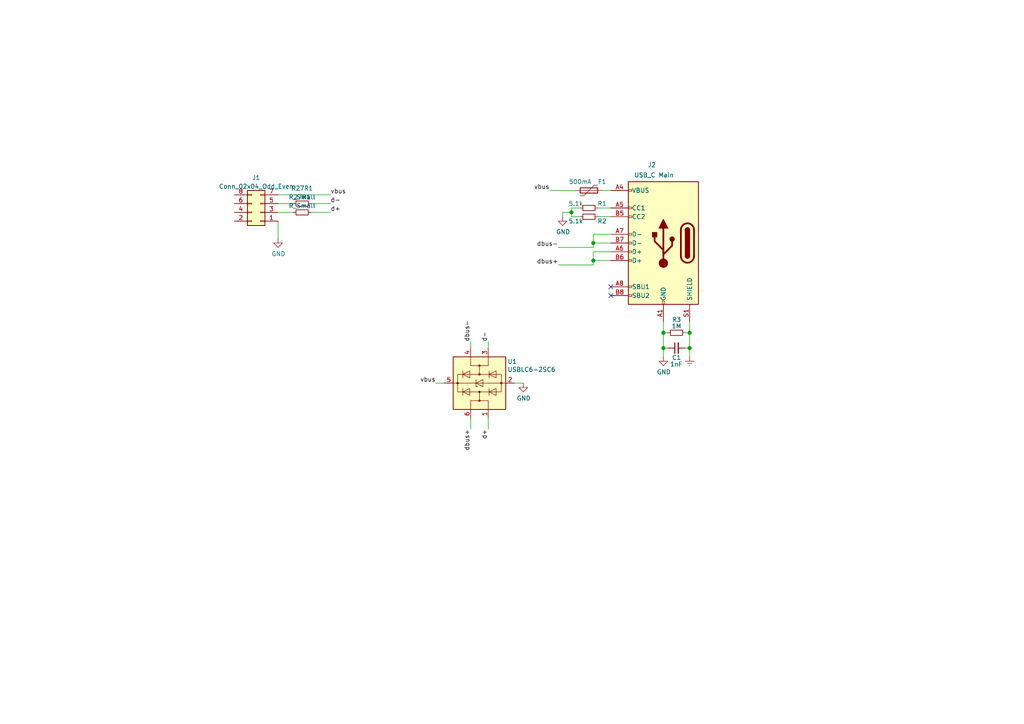
<source format=kicad_sch>
(kicad_sch (version 20211123) (generator eeschema)
  (paper "A4")
  (lib_symbols
    (symbol "Connector:USB_C_Receptacle_USB2.0" (pin_names (offset 1.016))
      (property "Reference" "J" (at -10.16 19.05 0))
      (property "Value" "USB_C_Receptacle_USB2.0" (at 19.05 19.05 0))
      (symbol "USB_C_Receptacle_USB2.0_0_0"
        (rectangle (start -0.254 -17.78) (end 0.254 -16.764))
        (rectangle (start 10.16 -14.986) (end 9.144 -15.494))
        (rectangle (start 10.16 -12.446) (end 9.144 -12.954))
        (rectangle (start 10.16 -4.826) (end 9.144 -5.334))
        (rectangle (start 10.16 -2.286) (end 9.144 -2.794))
        (rectangle (start 10.16 0.254) (end 9.144 -0.254))
        (rectangle (start 10.16 2.794) (end 9.144 2.286))
        (rectangle (start 10.16 7.874) (end 9.144 7.366))
        (rectangle (start 10.16 10.414) (end 9.144 9.906))
        (rectangle (start 10.16 15.494) (end 9.144 14.986))
      )
      (symbol "USB_C_Receptacle_USB2.0_0_1"
        (rectangle (start -10.16 17.78) (end 10.16 -17.78) (stroke (width 0.254)) (fill (type background)))
        (arc (start -8.89 -3.81) (mid -6.985 -5.715) (end -5.08 -3.81) (stroke (width 0.508)))
        (arc (start -7.62 -3.81) (mid -6.985 -4.445) (end -6.35 -3.81) (stroke (width 0.254)))
        (arc (start -7.62 -3.81) (mid -6.985 -4.445) (end -6.35 -3.81) (stroke (width 0.254)) (fill (type outline)))
        (rectangle (start -7.62 -3.81) (end -6.35 3.81) (stroke (width 0.254)) (fill (type outline)))
        (arc (start -6.35 3.81) (mid -6.985 4.445) (end -7.62 3.81) (stroke (width 0.254)))
        (arc (start -6.35 3.81) (mid -6.985 4.445) (end -7.62 3.81) (stroke (width 0.254)) (fill (type outline)))
        (arc (start -5.08 3.81) (mid -6.985 5.715) (end -8.89 3.81) (stroke (width 0.508)))
        (circle (center -2.54 1.143) (radius 0.635) (stroke (width 0.254)) (fill (type outline)))
        (circle (center 0 -5.842) (radius 1.27) (fill (type outline)))
        (polyline (pts (xy -8.89 -3.81) (xy -8.89 3.81)) (stroke (width 0.508)))
        (polyline (pts (xy -5.08 3.81) (xy -5.08 -3.81)) (stroke (width 0.508)))
        (polyline (pts (xy 0 -5.842) (xy 0 4.318)) (stroke (width 0.508)))
        (polyline (pts (xy 0 -3.302) (xy -2.54 -0.762) (xy -2.54 0.508)) (stroke (width 0.508)))
        (polyline (pts (xy 0 -2.032) (xy 2.54 0.508) (xy 2.54 1.778)) (stroke (width 0.508)))
        (polyline (pts (xy -1.27 4.318) (xy 0 6.858) (xy 1.27 4.318) (xy -1.27 4.318)) (stroke (width 0.254)) (fill (type outline)))
        (rectangle (start 1.905 1.778) (end 3.175 3.048) (stroke (width 0.254)) (fill (type outline)))
      )
      (symbol "USB_C_Receptacle_USB2.0_1_1"
        (pin passive line (at 0 -22.86 90) (length 5.08) (name "GND") (number "A1"))
        (pin passive line (at 0 -22.86 90) (length 5.08) hide (name "GND") (number "A12"))
        (pin passive line (at 15.24 15.24 180) (length 5.08) (name "VBUS") (number "A4"))
        (pin bidirectional line (at 15.24 10.16 180) (length 5.08) (name "CC1") (number "A5"))
        (pin bidirectional line (at 15.24 -2.54 180) (length 5.08) (name "D+") (number "A6"))
        (pin bidirectional line (at 15.24 2.54 180) (length 5.08) (name "D-") (number "A7"))
        (pin bidirectional line (at 15.24 -12.7 180) (length 5.08) (name "SBU1") (number "A8"))
        (pin passive line (at 15.24 15.24 180) (length 5.08) hide (name "VBUS") (number "A9"))
        (pin passive line (at 0 -22.86 90) (length 5.08) hide (name "GND") (number "B1"))
        (pin passive line (at 0 -22.86 90) (length 5.08) hide (name "GND") (number "B12"))
        (pin passive line (at 15.24 15.24 180) (length 5.08) hide (name "VBUS") (number "B4"))
        (pin bidirectional line (at 15.24 7.62 180) (length 5.08) (name "CC2") (number "B5"))
        (pin bidirectional line (at 15.24 -5.08 180) (length 5.08) (name "D+") (number "B6"))
        (pin bidirectional line (at 15.24 0 180) (length 5.08) (name "D-") (number "B7"))
        (pin bidirectional line (at 15.24 -15.24 180) (length 5.08) (name "SBU2") (number "B8"))
        (pin passive line (at 15.24 15.24 180) (length 5.08) hide (name "VBUS") (number "B9"))
        (pin passive line (at -7.62 -22.86 90) (length 5.08) (name "SHIELD") (number "S1"))
      )
    )
    (symbol "Connector_Generic:Conn_02x04_Odd_Even" (pin_names (offset 1.016) hide)
      (property "Reference" "J" (at 1.27 5.08 0))
      (property "Value" "Conn_02x04_Odd_Even" (at 1.27 -7.62 0))
      (symbol "Conn_02x04_Odd_Even_1_1"
        (rectangle (start -1.27 -4.953) (end 0 -5.207) (stroke (width 0.1524)))
        (rectangle (start -1.27 -2.413) (end 0 -2.667) (stroke (width 0.1524)))
        (rectangle (start -1.27 0.127) (end 0 -0.127) (stroke (width 0.1524)))
        (rectangle (start -1.27 2.667) (end 0 2.413) (stroke (width 0.1524)))
        (rectangle (start -1.27 3.81) (end 3.81 -6.35) (stroke (width 0.254)) (fill (type background)))
        (rectangle (start 3.81 -4.953) (end 2.54 -5.207) (stroke (width 0.1524)))
        (rectangle (start 3.81 -2.413) (end 2.54 -2.667) (stroke (width 0.1524)))
        (rectangle (start 3.81 0.127) (end 2.54 -0.127) (stroke (width 0.1524)))
        (rectangle (start 3.81 2.667) (end 2.54 2.413) (stroke (width 0.1524)))
        (pin passive line (at -5.08 2.54 0) (length 3.81) (name "Pin_1") (number "1"))
        (pin passive line (at 7.62 2.54 180) (length 3.81) (name "Pin_2") (number "2"))
        (pin passive line (at -5.08 0 0) (length 3.81) (name "Pin_3") (number "3"))
        (pin passive line (at 7.62 0 180) (length 3.81) (name "Pin_4") (number "4"))
        (pin passive line (at -5.08 -2.54 0) (length 3.81) (name "Pin_5") (number "5"))
        (pin passive line (at 7.62 -2.54 180) (length 3.81) (name "Pin_6") (number "6"))
        (pin passive line (at -5.08 -5.08 0) (length 3.81) (name "Pin_7") (number "7"))
        (pin passive line (at 7.62 -5.08 180) (length 3.81) (name "Pin_8") (number "8"))
      )
    )
    (symbol "Device:C_Small" (pin_numbers hide) (pin_names (offset 0.254) hide)
      (property "Reference" "C" (at 0.254 1.778 0))
      (property "Value" "C_Small" (at 0.254 -2.032 0))
      (symbol "C_Small_0_1"
        (polyline (pts (xy -1.524 -0.508) (xy 1.524 -0.508)) (stroke (width 0.3302)))
        (polyline (pts (xy -1.524 0.508) (xy 1.524 0.508)) (stroke (width 0.3048)))
      )
      (symbol "C_Small_1_1"
        (pin passive line (at 0 2.54 270) (length 2.032) (name "~") (number "1"))
        (pin passive line (at 0 -2.54 90) (length 2.032) (name "~") (number "2"))
      )
    )
    (symbol "Device:Polyfuse" (pin_numbers hide) (pin_names (offset 0))
      (property "Reference" "F" (at -2.54 0 90))
      (property "Value" "Polyfuse" (at 2.54 0 90))
      (symbol "Polyfuse_0_1"
        (rectangle (start -0.762 2.54) (end 0.762 -2.54) (stroke (width 0.254)))
        (polyline (pts (xy 0 2.54) (xy 0 -2.54)))
        (polyline (pts (xy -1.524 2.54) (xy -1.524 1.524) (xy 1.524 -1.524) (xy 1.524 -2.54)))
      )
      (symbol "Polyfuse_1_1"
        (pin passive line (at 0 3.81 270) (length 1.27) (name "~") (number "1"))
        (pin passive line (at 0 -3.81 90) (length 1.27) (name "~") (number "2"))
      )
    )
    (symbol "Device:R_Small" (pin_numbers hide) (pin_names (offset 0.254) hide)
      (property "Reference" "R" (at 0.762 0.508 0))
      (property "Value" "R_Small" (at 0.762 -1.016 0))
      (symbol "R_Small_0_1"
        (rectangle (start -0.762 1.778) (end 0.762 -1.778) (stroke (width 0.2032)))
      )
      (symbol "R_Small_1_1"
        (pin passive line (at 0 2.54 270) (length 0.762) (name "~") (number "1"))
        (pin passive line (at 0 -2.54 90) (length 0.762) (name "~") (number "2"))
      )
    )
    (symbol "Power_Protection:USBLC6-2SC6" (pin_names hide)
      (property "Reference" "U" (at 2.54 8.89 0))
      (property "Value" "USBLC6-2SC6" (at 2.54 -8.89 0))
      (symbol "USBLC6-2SC6_0_1"
        (rectangle (start -7.62 -7.62) (end 7.62 7.62) (stroke (width 0.254)) (fill (type background)))
        (circle (center -5.08 0) (radius 0.254) (fill (type outline)))
        (circle (center -2.54 0) (radius 0.254) (fill (type outline)))
        (rectangle (start -2.54 6.35) (end 2.54 -6.35))
        (circle (center 0 -6.35) (radius 0.254) (fill (type outline)))
        (polyline (pts (xy -5.08 -2.54) (xy -7.62 -2.54)))
        (polyline (pts (xy -5.08 0) (xy -5.08 -2.54)))
        (polyline (pts (xy -5.08 2.54) (xy -7.62 2.54)))
        (polyline (pts (xy -1.524 -2.794) (xy -3.556 -2.794)))
        (polyline (pts (xy -1.524 4.826) (xy -3.556 4.826)))
        (polyline (pts (xy 0 -7.62) (xy 0 -6.35)))
        (polyline (pts (xy 0 -6.35) (xy 0 1.27)))
        (polyline (pts (xy 0 1.27) (xy 0 6.35)))
        (polyline (pts (xy 0 6.35) (xy 0 7.62)))
        (polyline (pts (xy 1.524 -2.794) (xy 3.556 -2.794)))
        (polyline (pts (xy 1.524 4.826) (xy 3.556 4.826)))
        (polyline (pts (xy 5.08 -2.54) (xy 7.62 -2.54)))
        (polyline (pts (xy 5.08 0) (xy 5.08 -2.54)))
        (polyline (pts (xy 5.08 2.54) (xy 7.62 2.54)))
        (polyline (pts (xy -2.54 0) (xy -5.08 0) (xy -5.08 2.54)))
        (polyline (pts (xy 2.54 0) (xy 5.08 0) (xy 5.08 2.54)))
        (polyline (pts (xy -3.556 -4.826) (xy -1.524 -4.826) (xy -2.54 -2.794) (xy -3.556 -4.826)))
        (polyline (pts (xy -3.556 2.794) (xy -1.524 2.794) (xy -2.54 4.826) (xy -3.556 2.794)))
        (polyline (pts (xy -1.016 -1.016) (xy 1.016 -1.016) (xy 0 1.016) (xy -1.016 -1.016)))
        (polyline (pts (xy 1.016 1.016) (xy 0.762 1.016) (xy -1.016 1.016) (xy -1.016 0.508)))
        (polyline (pts (xy 3.556 -4.826) (xy 1.524 -4.826) (xy 2.54 -2.794) (xy 3.556 -4.826)))
        (polyline (pts (xy 3.556 2.794) (xy 1.524 2.794) (xy 2.54 4.826) (xy 3.556 2.794)))
        (circle (center 0 6.35) (radius 0.254) (fill (type outline)))
        (circle (center 2.54 0) (radius 0.254) (fill (type outline)))
        (circle (center 5.08 0) (radius 0.254) (fill (type outline)))
      )
      (symbol "USBLC6-2SC6_1_1"
        (pin passive line (at -10.16 -2.54 0) (length 2.54) (name "I/O1") (number "1"))
        (pin passive line (at 0 -10.16 90) (length 2.54) (name "GND") (number "2"))
        (pin passive line (at 10.16 -2.54 180) (length 2.54) (name "I/O2") (number "3"))
        (pin passive line (at 10.16 2.54 180) (length 2.54) (name "I/O2") (number "4"))
        (pin passive line (at 0 10.16 270) (length 2.54) (name "VBUS") (number "5"))
        (pin passive line (at -10.16 2.54 0) (length 2.54) (name "I/O1") (number "6"))
      )
    )
    (symbol "power:Earth" (power) (pin_names (offset 0))
      (symbol "Earth_0_1"
        (polyline (pts (xy -0.635 -1.905) (xy 0.635 -1.905)))
        (polyline (pts (xy -0.127 -2.54) (xy 0.127 -2.54)))
        (polyline (pts (xy 0 -1.27) (xy 0 0)))
        (polyline (pts (xy 1.27 -1.27) (xy -1.27 -1.27)))
      )
      (symbol "Earth_1_1"
        (pin power_in line (at 0 0 270) (length 0) hide (name "Earth") (number "1"))
      )
    )
    (symbol "power:GND" (power) (pin_names (offset 0))
      (property "Value" "GND" (at 0 -3.81 0))
      (symbol "GND_0_1"
        (polyline (pts (xy 0 0) (xy 0 -1.27) (xy 1.27 -1.27) (xy 0 -2.54) (xy -1.27 -1.27) (xy 0 -1.27)))
      )
      (symbol "GND_1_1"
        (pin power_in line (at 0 0 270) (length 0) hide (name "GND") (number "1"))
      )
    )
  )
  (junction (at 192.405 100.965) (diameter 1.016))
  (junction (at 200.025 100.965) (diameter 1.016))
  (junction (at 165.735 61.595) (diameter 1.016))
  (junction (at 200.025 96.52) (diameter 1.016))
  (junction (at 192.405 96.52) (diameter 1.016))
  (junction (at 172.085 70.485) (diameter 1.016))
  (junction (at 172.085 75.565) (diameter 1.016))
  (no_connect (at 177.165 85.725))
  (no_connect (at 177.165 83.185))
  (wire (pts (xy 172.085 75.565) (xy 177.165 75.565)))
  (wire (pts (xy 177.165 67.945) (xy 172.085 67.945)))
  (wire (pts (xy 85.09 59.055) (xy 80.645 59.055)))
  (wire (pts (xy 141.605 99.06) (xy 141.605 100.965)))
  (wire (pts (xy 95.885 56.515) (xy 80.645 56.515)))
  (wire (pts (xy 172.085 70.485) (xy 177.165 70.485)))
  (wire (pts (xy 172.085 73.025) (xy 172.085 75.565)))
  (wire (pts (xy 177.165 73.025) (xy 172.085 73.025)))
  (wire (pts (xy 161.925 71.755) (xy 172.085 71.755)))
  (wire (pts (xy 141.605 121.285) (xy 141.605 124.46)))
  (wire (pts (xy 200.025 93.345) (xy 200.025 96.52)))
  (wire (pts (xy 161.925 76.835) (xy 172.085 76.835)))
  (wire (pts (xy 172.085 75.565) (xy 172.085 76.835)))
  (wire (pts (xy 200.025 96.52) (xy 198.755 96.52)))
  (wire (pts (xy 192.405 100.965) (xy 193.675 100.965)))
  (wire (pts (xy 172.085 70.485) (xy 172.085 71.755)))
  (wire (pts (xy 168.275 60.325) (xy 165.735 60.325)))
  (wire (pts (xy 200.025 96.52) (xy 200.025 100.965)))
  (wire (pts (xy 149.225 111.125) (xy 151.765 111.125)))
  (wire (pts (xy 136.525 121.285) (xy 136.525 124.46)))
  (wire (pts (xy 165.735 61.595) (xy 163.195 61.595)))
  (wire (pts (xy 136.525 99.06) (xy 136.525 100.965)))
  (wire (pts (xy 165.735 62.865) (xy 168.275 62.865)))
  (wire (pts (xy 126.365 111.125) (xy 128.905 111.125)))
  (wire (pts (xy 95.885 59.055) (xy 90.17 59.055)))
  (wire (pts (xy 174.625 55.245) (xy 177.165 55.245)))
  (wire (pts (xy 200.025 100.965) (xy 200.025 103.505)))
  (wire (pts (xy 192.405 96.52) (xy 192.405 100.965)))
  (wire (pts (xy 173.355 62.865) (xy 177.165 62.865)))
  (wire (pts (xy 167.005 55.245) (xy 159.385 55.245)))
  (wire (pts (xy 95.885 61.595) (xy 90.17 61.595)))
  (wire (pts (xy 85.09 61.595) (xy 80.645 61.595)))
  (wire (pts (xy 192.405 100.965) (xy 192.405 103.505)))
  (wire (pts (xy 193.675 96.52) (xy 192.405 96.52)))
  (wire (pts (xy 172.085 67.945) (xy 172.085 70.485)))
  (wire (pts (xy 177.165 60.325) (xy 173.355 60.325)))
  (wire (pts (xy 165.735 60.325) (xy 165.735 61.595)))
  (wire (pts (xy 165.735 61.595) (xy 165.735 62.865)))
  (wire (pts (xy 163.195 61.595) (xy 163.195 62.865)))
  (wire (pts (xy 192.405 96.52) (xy 192.405 93.345)))
  (wire (pts (xy 80.645 69.215) (xy 80.645 64.135)))
  (wire (pts (xy 200.025 100.965) (xy 198.755 100.965)))
  (label "d-" (at 141.605 99.06 90))
  (label "dbus-" (at 136.525 99.06 90))
  (label "vbus" (at 126.365 111.125 180))
  (label "dbus-" (at 161.925 71.755 180))
  (label "d+" (at 141.605 124.46 270))
  (label "d-" (at 95.885 59.055 0))
  (label "vbus" (at 95.885 56.515 0))
  (label "dbus+" (at 161.925 76.835 180))
  (label "dbus+" (at 136.525 124.46 270))
  (label "vbus" (at 159.385 55.245 180))
  (label "d+" (at 95.885 61.595 0))
  (symbol (lib_id "Device:R_Small") (at 170.815 62.865 270) (unit 1)
    (property "Reference" "R2" (at 174.625 64.135 90))
    (property "Value" "5.1k" (at 167.005 64.135 90))
    (property "Footprint" "Resistor_SMD:R_0805_2012Metric_Pad1.20x1.40mm_HandSolder" (effects hide))
  )
  (symbol (lib_id "power:Earth") (at 200.025 103.505 0) (unit 1)
    (property "Reference" "#PWR05" (effects hide))
    (property "Value" "Earth" (effects hide))
  )
  (symbol (lib_id "Device:Polyfuse") (at 170.815 55.245 270) (unit 1)
    (property "Reference" "F1" (at 174.625 52.705 90))
    (property "Value" "500mA" (at 168.275 52.705 90))
    (property "Footprint" "Fuse:Fuse_1206_3216Metric" (effects hide))
  )
  (symbol (lib_id "Connector_Generic:Conn_02x04_Odd_Even") (at 75.565 61.595 180) (unit 1)
    (property "Reference" "J1" (at 74.295 51.5452 0))
    (property "Value" "Conn_02x04_Odd_Even" (at 74.295 54.0821 0))
    (property "Footprint" "Connector_PinHeader_1.27mm:PinHeader_2x04_P1.27mm_Horizontal" (effects hide))
  )
  (symbol (lib_id "power:GND") (at 192.405 103.505 0) (unit 1)
    (property "Reference" "#PWR04" (effects hide))
    (property "Value" "GND" (at 192.532 107.8992 0))
  )
  (symbol (lib_id "Device:R_Small") (at 87.63 59.055 90) (unit 1)
    (property "Reference" "R27R1" (at 87.63 54.6186 90))
    (property "Value" "R_Small" (at 87.63 57.1555 90))
    (property "Footprint" "Resistor_SMD:R_0805_2012Metric" (effects hide))
  )
  (symbol (lib_id "Power_Protection:USBLC6-2SC6") (at 139.065 111.125 90) (unit 1)
    (property "Reference" "U1" (at 147.1676 104.8766 90) (effects (justify right)))
    (property "Value" "USBLC6-2SC6" (at 147.1676 107.188 90) (effects (justify right)))
    (property "Footprint" "Package_TO_SOT_SMD:SOT-23-6" (effects hide))
    (property "Datasheet" "https://www.st.com/resource/en/datasheet/usblc6-2.pdf" (effects hide))
  )
  (symbol (lib_id "Device:R_Small") (at 196.215 96.52 270) (unit 1)
    (property "Reference" "R3" (at 196.215 92.71 90))
    (property "Value" "1M" (at 196.215 94.615 90))
    (property "Footprint" "Resistor_SMD:R_0805_2012Metric_Pad1.20x1.40mm_HandSolder" (effects hide))
  )
  (symbol (lib_id "power:GND") (at 151.765 111.125 0) (unit 1)
    (property "Reference" "#PWR02" (effects hide))
    (property "Value" "GND" (at 151.892 115.5192 0))
  )
  (symbol (lib_id "Device:R_Small") (at 87.63 61.595 90) (unit 1)
    (property "Reference" "27R1" (at 87.63 57.1586 90))
    (property "Value" "R_Small" (at 87.63 59.6955 90))
    (property "Footprint" "Resistor_SMD:R_0805_2012Metric" (effects hide))
  )
  (symbol (lib_id "power:GND") (at 80.645 69.215 0) (unit 1)
    (property "Reference" "#PWR01" (effects hide))
    (property "Value" "GND" (at 80.772 73.6092 0))
  )
  (symbol (lib_id "Device:R_Small") (at 170.815 60.325 270) (unit 1)
    (property "Reference" "R1" (at 174.625 59.055 90))
    (property "Value" "5.1k" (at 167.005 59.055 90))
    (property "Footprint" "Resistor_SMD:R_0805_2012Metric_Pad1.20x1.40mm_HandSolder" (effects hide))
  )
  (symbol (lib_id "Device:C_Small") (at 196.215 100.965 90) (unit 1)
    (property "Reference" "C1" (at 197.5866 103.7082 90) (effects (justify left)))
    (property "Value" "1nF" (at 197.993 105.6132 90) (effects (justify left)))
    (property "Footprint" "Capacitor_SMD:C_0805_2012Metric" (effects hide))
  )
  (symbol (lib_id "Connector:USB_C_Receptacle_USB2.0") (at 192.405 70.485 0) (mirror y) (unit 1)
    (property "Reference" "J2" (at 189.0522 47.8282 0))
    (property "Value" "USB_C Main" (at 189.6872 50.7746 0))
    (property "Footprint" "weteor:USB-C-12-Pin-MidMount" (effects hide))
    (property "Datasheet" "https://www.usb.org/sites/default/files/documents/usb_type-c.zip" (effects hide))
  )
  (symbol (lib_id "power:GND") (at 163.195 62.865 0) (unit 1)
    (property "Reference" "#PWR03" (effects hide))
    (property "Value" "GND" (at 163.322 67.2592 0))
  )
)
</source>
